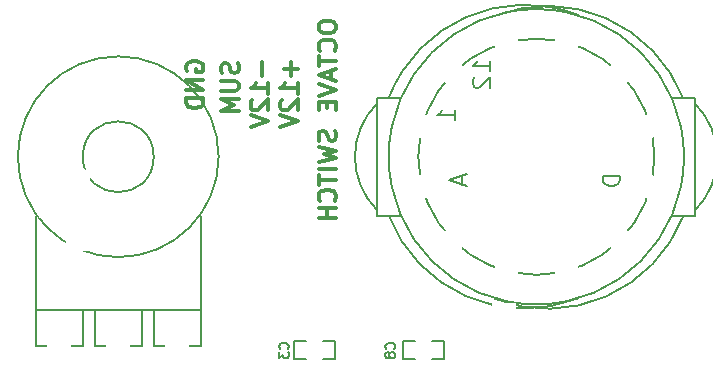
<source format=gbo>
G04 (created by PCBNEW (2013-07-07 BZR 4022)-stable) date 2014-06-17 1:34:36 PM*
%MOIN*%
G04 Gerber Fmt 3.4, Leading zero omitted, Abs format*
%FSLAX34Y34*%
G01*
G70*
G90*
G04 APERTURE LIST*
%ADD10C,0.00590551*%
%ADD11C,0.011811*%
%ADD12C,0.005*%
%ADD13C,0.006*%
%ADD14C,0.0802748*%
%ADD15R,0.0465748X0.0565748*%
%ADD16R,0.0802748X0.0802748*%
%ADD17C,0.080315*%
G04 APERTURE END LIST*
G54D10*
G54D11*
X15818Y-9983D02*
X15790Y-9926D01*
X15790Y-9842D01*
X15818Y-9758D01*
X15874Y-9701D01*
X15930Y-9673D01*
X16043Y-9645D01*
X16127Y-9645D01*
X16240Y-9673D01*
X16296Y-9701D01*
X16352Y-9758D01*
X16380Y-9842D01*
X16380Y-9898D01*
X16352Y-9983D01*
X16324Y-10011D01*
X16127Y-10011D01*
X16127Y-9898D01*
X16380Y-10264D02*
X15790Y-10264D01*
X16380Y-10601D01*
X15790Y-10601D01*
X16380Y-10883D02*
X15790Y-10883D01*
X15790Y-11023D01*
X15818Y-11107D01*
X15874Y-11164D01*
X15930Y-11192D01*
X16043Y-11220D01*
X16127Y-11220D01*
X16240Y-11192D01*
X16296Y-11164D01*
X16352Y-11107D01*
X16380Y-11023D01*
X16380Y-10883D01*
X17533Y-9715D02*
X17561Y-9800D01*
X17561Y-9940D01*
X17533Y-9997D01*
X17505Y-10025D01*
X17449Y-10053D01*
X17393Y-10053D01*
X17336Y-10025D01*
X17308Y-9997D01*
X17280Y-9940D01*
X17252Y-9828D01*
X17224Y-9772D01*
X17196Y-9744D01*
X17140Y-9715D01*
X17083Y-9715D01*
X17027Y-9744D01*
X16999Y-9772D01*
X16971Y-9828D01*
X16971Y-9969D01*
X16999Y-10053D01*
X16971Y-10306D02*
X17449Y-10306D01*
X17505Y-10334D01*
X17533Y-10362D01*
X17561Y-10419D01*
X17561Y-10531D01*
X17533Y-10587D01*
X17505Y-10615D01*
X17449Y-10643D01*
X16971Y-10643D01*
X17561Y-10925D02*
X16971Y-10925D01*
X17393Y-11122D01*
X16971Y-11318D01*
X17561Y-11318D01*
X18321Y-9687D02*
X18321Y-10137D01*
X18546Y-10728D02*
X18546Y-10390D01*
X18546Y-10559D02*
X17955Y-10559D01*
X18039Y-10503D01*
X18096Y-10447D01*
X18124Y-10390D01*
X18011Y-10953D02*
X17983Y-10981D01*
X17955Y-11037D01*
X17955Y-11178D01*
X17983Y-11234D01*
X18011Y-11262D01*
X18068Y-11290D01*
X18124Y-11290D01*
X18208Y-11262D01*
X18546Y-10925D01*
X18546Y-11290D01*
X17955Y-11459D02*
X18546Y-11656D01*
X17955Y-11853D01*
X19305Y-9687D02*
X19305Y-10137D01*
X19530Y-9912D02*
X19080Y-9912D01*
X19530Y-10728D02*
X19530Y-10390D01*
X19530Y-10559D02*
X18939Y-10559D01*
X19024Y-10503D01*
X19080Y-10447D01*
X19108Y-10390D01*
X18996Y-10953D02*
X18967Y-10981D01*
X18939Y-11037D01*
X18939Y-11178D01*
X18967Y-11234D01*
X18996Y-11262D01*
X19052Y-11290D01*
X19108Y-11290D01*
X19192Y-11262D01*
X19530Y-10925D01*
X19530Y-11290D01*
X18939Y-11459D02*
X19530Y-11656D01*
X18939Y-11853D01*
X20219Y-8450D02*
X20219Y-8562D01*
X20247Y-8619D01*
X20303Y-8675D01*
X20416Y-8703D01*
X20613Y-8703D01*
X20725Y-8675D01*
X20781Y-8619D01*
X20809Y-8562D01*
X20809Y-8450D01*
X20781Y-8394D01*
X20725Y-8338D01*
X20613Y-8309D01*
X20416Y-8309D01*
X20303Y-8338D01*
X20247Y-8394D01*
X20219Y-8450D01*
X20753Y-9294D02*
X20781Y-9266D01*
X20809Y-9181D01*
X20809Y-9125D01*
X20781Y-9041D01*
X20725Y-8984D01*
X20669Y-8956D01*
X20556Y-8928D01*
X20472Y-8928D01*
X20359Y-8956D01*
X20303Y-8984D01*
X20247Y-9041D01*
X20219Y-9125D01*
X20219Y-9181D01*
X20247Y-9266D01*
X20275Y-9294D01*
X20219Y-9462D02*
X20219Y-9800D01*
X20809Y-9631D02*
X20219Y-9631D01*
X20641Y-9969D02*
X20641Y-10250D01*
X20809Y-9912D02*
X20219Y-10109D01*
X20809Y-10306D01*
X20219Y-10419D02*
X20809Y-10615D01*
X20219Y-10812D01*
X20500Y-11009D02*
X20500Y-11206D01*
X20809Y-11290D02*
X20809Y-11009D01*
X20219Y-11009D01*
X20219Y-11290D01*
X20781Y-11965D02*
X20809Y-12050D01*
X20809Y-12190D01*
X20781Y-12246D01*
X20753Y-12275D01*
X20697Y-12303D01*
X20641Y-12303D01*
X20584Y-12275D01*
X20556Y-12246D01*
X20528Y-12190D01*
X20500Y-12078D01*
X20472Y-12021D01*
X20444Y-11993D01*
X20388Y-11965D01*
X20331Y-11965D01*
X20275Y-11993D01*
X20247Y-12021D01*
X20219Y-12078D01*
X20219Y-12218D01*
X20247Y-12303D01*
X20219Y-12500D02*
X20809Y-12640D01*
X20388Y-12753D01*
X20809Y-12865D01*
X20219Y-13006D01*
X20809Y-13231D02*
X20219Y-13231D01*
X20219Y-13428D02*
X20219Y-13765D01*
X20809Y-13596D02*
X20219Y-13596D01*
X20753Y-14299D02*
X20781Y-14271D01*
X20809Y-14187D01*
X20809Y-14131D01*
X20781Y-14046D01*
X20725Y-13990D01*
X20669Y-13962D01*
X20556Y-13934D01*
X20472Y-13934D01*
X20359Y-13962D01*
X20303Y-13990D01*
X20247Y-14046D01*
X20219Y-14131D01*
X20219Y-14187D01*
X20247Y-14271D01*
X20275Y-14299D01*
X20809Y-14552D02*
X20219Y-14552D01*
X20500Y-14552D02*
X20500Y-14890D01*
X20809Y-14890D02*
X20219Y-14890D01*
G54D10*
X14724Y-17952D02*
X14724Y-19133D01*
X14724Y-19133D02*
X16299Y-19133D01*
X12755Y-17952D02*
X12755Y-19133D01*
X12755Y-19133D02*
X14330Y-19133D01*
X14330Y-19133D02*
X14330Y-17952D01*
X10787Y-19133D02*
X12362Y-19133D01*
X12362Y-19133D02*
X12362Y-17952D01*
X16299Y-17952D02*
X10787Y-17952D01*
X10787Y-19133D02*
X10787Y-14803D01*
X16299Y-19133D02*
X16299Y-14803D01*
X14724Y-12834D02*
G75*
G03X14724Y-12834I-1181J0D01*
G74*
G01*
X16889Y-12834D02*
G75*
G03X16889Y-12834I-3346J0D01*
G74*
G01*
G54D12*
X19798Y-18991D02*
X19398Y-18991D01*
X19398Y-18991D02*
X19398Y-19591D01*
X19398Y-19591D02*
X19798Y-19591D01*
X20358Y-19591D02*
X20758Y-19591D01*
X20758Y-19591D02*
X20758Y-18991D01*
X20758Y-18991D02*
X20358Y-18991D01*
G54D10*
X32775Y-10874D02*
X32775Y-14811D01*
X32775Y-10874D02*
X31988Y-10874D01*
X32775Y-14811D02*
X31988Y-14811D01*
X32775Y-14614D02*
G75*
G03X32775Y-11070I-1771J1771D01*
G74*
G01*
X26080Y-17566D02*
G75*
G03X32380Y-14813I1773J4526D01*
G74*
G01*
X26080Y-8142D02*
G75*
G02X32380Y-10895I1773J-4526D01*
G74*
G01*
X28864Y-8103D02*
G75*
G03X22563Y-10855I-1773J-4526D01*
G74*
G01*
X28860Y-17558D02*
G75*
G02X22559Y-14805I-1773J4526D01*
G74*
G01*
X22165Y-14606D02*
G75*
G02X22165Y-11062I1771J1771D01*
G74*
G01*
X22165Y-14803D02*
X22952Y-14803D01*
X22165Y-10866D02*
X22952Y-10866D01*
X22165Y-10866D02*
X22165Y-14803D01*
X32401Y-12834D02*
G75*
G03X32401Y-12834I-4921J0D01*
G74*
G01*
X31417Y-12834D02*
G75*
G03X31417Y-12834I-3937J0D01*
G74*
G01*
G54D12*
X23440Y-18991D02*
X23040Y-18991D01*
X23040Y-18991D02*
X23040Y-19591D01*
X23040Y-19591D02*
X23440Y-19591D01*
X24000Y-19591D02*
X24400Y-19591D01*
X24400Y-19591D02*
X24400Y-18991D01*
X24400Y-18991D02*
X24000Y-18991D01*
G54D13*
X19193Y-19238D02*
X19208Y-19222D01*
X19224Y-19177D01*
X19224Y-19146D01*
X19208Y-19100D01*
X19178Y-19070D01*
X19147Y-19055D01*
X19086Y-19039D01*
X19041Y-19039D01*
X18980Y-19055D01*
X18949Y-19070D01*
X18919Y-19100D01*
X18904Y-19146D01*
X18904Y-19177D01*
X18919Y-19222D01*
X18934Y-19238D01*
X18904Y-19344D02*
X18904Y-19542D01*
X19025Y-19436D01*
X19025Y-19481D01*
X19041Y-19512D01*
X19056Y-19527D01*
X19086Y-19542D01*
X19163Y-19542D01*
X19193Y-19527D01*
X19208Y-19512D01*
X19224Y-19481D01*
X19224Y-19390D01*
X19208Y-19359D01*
X19193Y-19344D01*
G54D10*
X25947Y-9966D02*
X25947Y-9628D01*
X25947Y-9797D02*
X25357Y-9797D01*
X25441Y-9741D01*
X25497Y-9685D01*
X25525Y-9628D01*
X25413Y-10191D02*
X25385Y-10219D01*
X25357Y-10275D01*
X25357Y-10416D01*
X25385Y-10472D01*
X25413Y-10500D01*
X25469Y-10528D01*
X25525Y-10528D01*
X25610Y-10500D01*
X25947Y-10163D01*
X25947Y-10528D01*
X24766Y-11625D02*
X24766Y-11287D01*
X24766Y-11456D02*
X24176Y-11456D01*
X24260Y-11400D01*
X24316Y-11344D01*
X24344Y-11287D01*
X30278Y-13467D02*
X29687Y-13467D01*
X29687Y-13607D01*
X29715Y-13692D01*
X29772Y-13748D01*
X29828Y-13776D01*
X29940Y-13804D01*
X30025Y-13804D01*
X30137Y-13776D01*
X30194Y-13748D01*
X30250Y-13692D01*
X30278Y-13607D01*
X30278Y-13467D01*
X24991Y-13481D02*
X24991Y-13762D01*
X25160Y-13425D02*
X24569Y-13622D01*
X25160Y-13818D01*
G54D13*
X22736Y-19238D02*
X22752Y-19222D01*
X22767Y-19177D01*
X22767Y-19146D01*
X22752Y-19100D01*
X22721Y-19070D01*
X22691Y-19055D01*
X22630Y-19039D01*
X22584Y-19039D01*
X22523Y-19055D01*
X22493Y-19070D01*
X22462Y-19100D01*
X22447Y-19146D01*
X22447Y-19177D01*
X22462Y-19222D01*
X22477Y-19238D01*
X22584Y-19420D02*
X22569Y-19390D01*
X22553Y-19375D01*
X22523Y-19359D01*
X22508Y-19359D01*
X22477Y-19375D01*
X22462Y-19390D01*
X22447Y-19420D01*
X22447Y-19481D01*
X22462Y-19512D01*
X22477Y-19527D01*
X22508Y-19542D01*
X22523Y-19542D01*
X22553Y-19527D01*
X22569Y-19512D01*
X22584Y-19481D01*
X22584Y-19420D01*
X22599Y-19390D01*
X22614Y-19375D01*
X22645Y-19359D01*
X22706Y-19359D01*
X22736Y-19375D01*
X22752Y-19390D01*
X22767Y-19420D01*
X22767Y-19481D01*
X22752Y-19512D01*
X22736Y-19527D01*
X22706Y-19542D01*
X22645Y-19542D01*
X22614Y-19527D01*
X22599Y-19512D01*
X22584Y-19481D01*
%LPC*%
G54D14*
X13543Y-19133D03*
X11574Y-19133D03*
X15511Y-19133D03*
G54D15*
X19653Y-19291D03*
X20503Y-19291D03*
G54D16*
X19216Y-8858D03*
G54D14*
X18216Y-8858D03*
X17216Y-8858D03*
X16216Y-8858D03*
G54D17*
X23677Y-11814D03*
X24696Y-10051D03*
X26460Y-9031D03*
X28500Y-9031D03*
X30263Y-10051D03*
X31283Y-11814D03*
X29645Y-12834D03*
X25314Y-12834D03*
X23677Y-13854D03*
X24696Y-15618D03*
X26460Y-16637D03*
X28500Y-16637D03*
X30263Y-15618D03*
X31283Y-13854D03*
G54D15*
X23295Y-19291D03*
X24145Y-19291D03*
G54D14*
X18307Y-19110D03*
X17307Y-18110D03*
G54D16*
X19307Y-18110D03*
G54D14*
X21850Y-19110D03*
X20850Y-18110D03*
G54D16*
X22850Y-18110D03*
G54D14*
X25393Y-19110D03*
X24393Y-18110D03*
G54D16*
X26393Y-18110D03*
G54D14*
X11204Y-14566D03*
X12204Y-13566D03*
G54D16*
X12204Y-15566D03*
X28224Y-18996D03*
G54D14*
X29224Y-18996D03*
X30224Y-18996D03*
X31224Y-18996D03*
M02*

</source>
